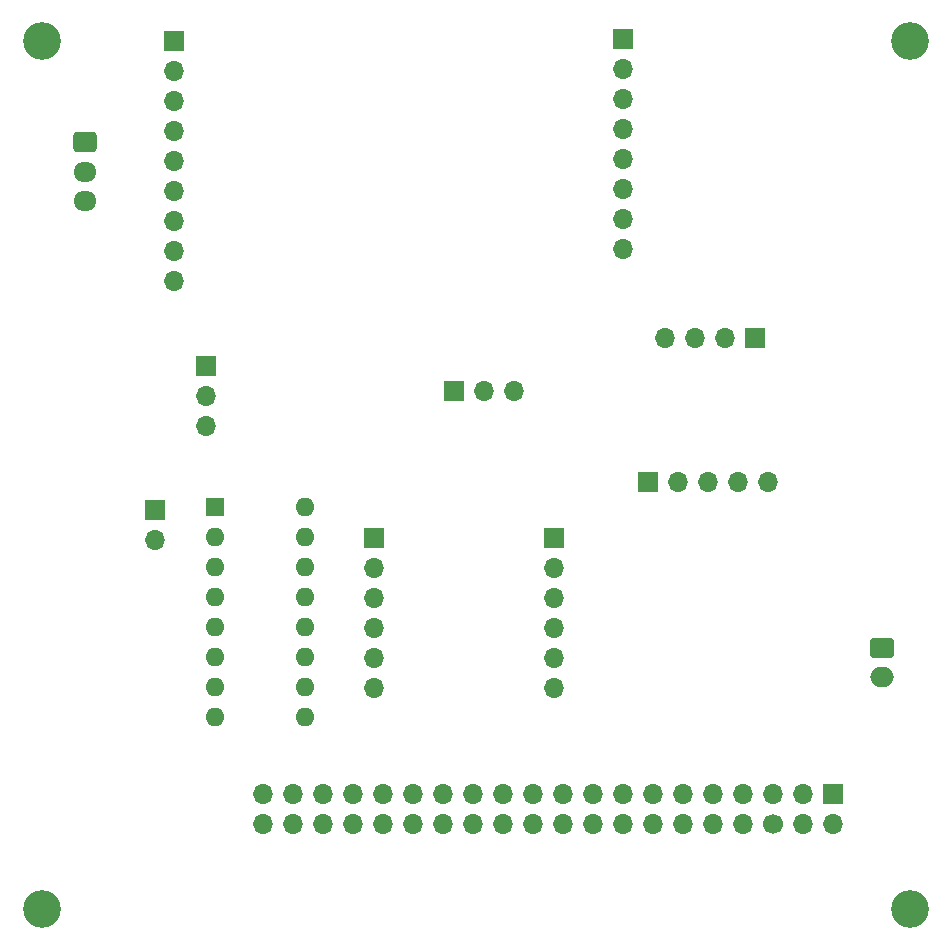
<source format=gbr>
%TF.GenerationSoftware,KiCad,Pcbnew,7.0.8-7.0.8~ubuntu22.04.1*%
%TF.CreationDate,2023-10-06T08:27:01+03:00*%
%TF.ProjectId,Omarichet Sensor Board v1.5,4f6d6172-6963-4686-9574-2053656e736f,rev?*%
%TF.SameCoordinates,Original*%
%TF.FileFunction,Soldermask,Bot*%
%TF.FilePolarity,Negative*%
%FSLAX46Y46*%
G04 Gerber Fmt 4.6, Leading zero omitted, Abs format (unit mm)*
G04 Created by KiCad (PCBNEW 7.0.8-7.0.8~ubuntu22.04.1) date 2023-10-06 08:27:01*
%MOMM*%
%LPD*%
G01*
G04 APERTURE LIST*
G04 Aperture macros list*
%AMRoundRect*
0 Rectangle with rounded corners*
0 $1 Rounding radius*
0 $2 $3 $4 $5 $6 $7 $8 $9 X,Y pos of 4 corners*
0 Add a 4 corners polygon primitive as box body*
4,1,4,$2,$3,$4,$5,$6,$7,$8,$9,$2,$3,0*
0 Add four circle primitives for the rounded corners*
1,1,$1+$1,$2,$3*
1,1,$1+$1,$4,$5*
1,1,$1+$1,$6,$7*
1,1,$1+$1,$8,$9*
0 Add four rect primitives between the rounded corners*
20,1,$1+$1,$2,$3,$4,$5,0*
20,1,$1+$1,$4,$5,$6,$7,0*
20,1,$1+$1,$6,$7,$8,$9,0*
20,1,$1+$1,$8,$9,$2,$3,0*%
G04 Aperture macros list end*
%ADD10R,1.700000X1.700000*%
%ADD11O,1.700000X1.700000*%
%ADD12C,3.200000*%
%ADD13R,1.600000X1.600000*%
%ADD14O,1.600000X1.600000*%
%ADD15RoundRect,0.250000X-0.750000X0.600000X-0.750000X-0.600000X0.750000X-0.600000X0.750000X0.600000X0*%
%ADD16O,2.000000X1.700000*%
%ADD17RoundRect,0.250000X-0.725000X0.600000X-0.725000X-0.600000X0.725000X-0.600000X0.725000X0.600000X0*%
%ADD18O,1.950000X1.700000*%
%ADD19C,1.700000*%
G04 APERTURE END LIST*
D10*
%TO.C,J8*%
X100445000Y-106645000D03*
D11*
X100445000Y-109185000D03*
X100445000Y-111725000D03*
X100445000Y-114265000D03*
X100445000Y-116805000D03*
X100445000Y-119345000D03*
%TD*%
D10*
%TO.C,J6*%
X83455000Y-64560000D03*
D11*
X83455000Y-67100000D03*
X83455000Y-69640000D03*
X83455000Y-72180000D03*
X83455000Y-74720000D03*
X83455000Y-77260000D03*
X83455000Y-79800000D03*
X83455000Y-82340000D03*
X83455000Y-84880000D03*
%TD*%
D12*
%TO.C,H4*%
X145770000Y-138110000D03*
%TD*%
D10*
%TO.C,J2*%
X107160000Y-94230000D03*
D11*
X109700000Y-94230000D03*
X112240000Y-94230000D03*
%TD*%
D10*
%TO.C,J4*%
X121475000Y-64375000D03*
D11*
X121475000Y-66915000D03*
X121475000Y-69455000D03*
X121475000Y-71995000D03*
X121475000Y-74535000D03*
X121475000Y-77075000D03*
X121475000Y-79615000D03*
X121475000Y-82155000D03*
%TD*%
D10*
%TO.C,J5*%
X132645000Y-89750000D03*
D11*
X130105000Y-89750000D03*
X127565000Y-89750000D03*
X125025000Y-89750000D03*
%TD*%
D12*
%TO.C,H1*%
X72260000Y-64590000D03*
%TD*%
D10*
%TO.C,J1*%
X81900000Y-104320000D03*
D11*
X81900000Y-106860000D03*
%TD*%
D12*
%TO.C,H2*%
X145760000Y-64600000D03*
%TD*%
%TO.C,H3*%
X72260000Y-138100000D03*
%TD*%
D13*
%TO.C,U1*%
X86940000Y-104070000D03*
D14*
X86940000Y-106610000D03*
X86940000Y-109150000D03*
X86940000Y-111690000D03*
X86940000Y-114230000D03*
X86940000Y-116770000D03*
X86940000Y-119310000D03*
X86940000Y-121850000D03*
X94560000Y-121850000D03*
X94560000Y-119310000D03*
X94560000Y-116770000D03*
X94560000Y-114230000D03*
X94560000Y-111690000D03*
X94560000Y-109150000D03*
X94560000Y-106610000D03*
X94560000Y-104070000D03*
%TD*%
D10*
%TO.C,J10*%
X115665000Y-106645000D03*
D11*
X115665000Y-109185000D03*
X115665000Y-111725000D03*
X115665000Y-114265000D03*
X115665000Y-116805000D03*
X115665000Y-119345000D03*
%TD*%
D10*
%TO.C,J7*%
X86160000Y-92095000D03*
D11*
X86160000Y-94635000D03*
X86160000Y-97175000D03*
%TD*%
D10*
%TO.C,J3*%
X123600000Y-101960000D03*
D11*
X126140000Y-101960000D03*
X128680000Y-101960000D03*
X131220000Y-101960000D03*
X133760000Y-101960000D03*
%TD*%
D15*
%TO.C,J12*%
X143450000Y-115960000D03*
D16*
X143450000Y-118460000D03*
%TD*%
D17*
%TO.C,J11*%
X75900000Y-73150000D03*
D18*
X75900000Y-75650000D03*
X75900000Y-78150000D03*
%TD*%
D10*
%TO.C,J9*%
X139250000Y-128320000D03*
D11*
X139250000Y-130860000D03*
X136710000Y-128320000D03*
X136710000Y-130860000D03*
X134170000Y-128320000D03*
D19*
X134170000Y-130860000D03*
D11*
X131630000Y-128320000D03*
X131630000Y-130860000D03*
X129090000Y-128320000D03*
X129090000Y-130860000D03*
X126550000Y-128320000D03*
X126550000Y-130860000D03*
X124010000Y-128320000D03*
X124010000Y-130860000D03*
X121470000Y-128320000D03*
X121470000Y-130860000D03*
X118930000Y-128320000D03*
X118930000Y-130860000D03*
X116390000Y-128320000D03*
X116390000Y-130860000D03*
X113850000Y-128320000D03*
X113850000Y-130860000D03*
X111310000Y-128320000D03*
X111310000Y-130860000D03*
X108770000Y-128320000D03*
X108770000Y-130860000D03*
X106230000Y-128320000D03*
X106230000Y-130860000D03*
X103690000Y-128320000D03*
X103690000Y-130860000D03*
X101150000Y-128320000D03*
X101150000Y-130860000D03*
X98610000Y-128320000D03*
X98610000Y-130860000D03*
X96070000Y-128320000D03*
X96070000Y-130860000D03*
X93530000Y-128320000D03*
X93530000Y-130860000D03*
X90990000Y-128320000D03*
X90990000Y-130860000D03*
%TD*%
M02*

</source>
